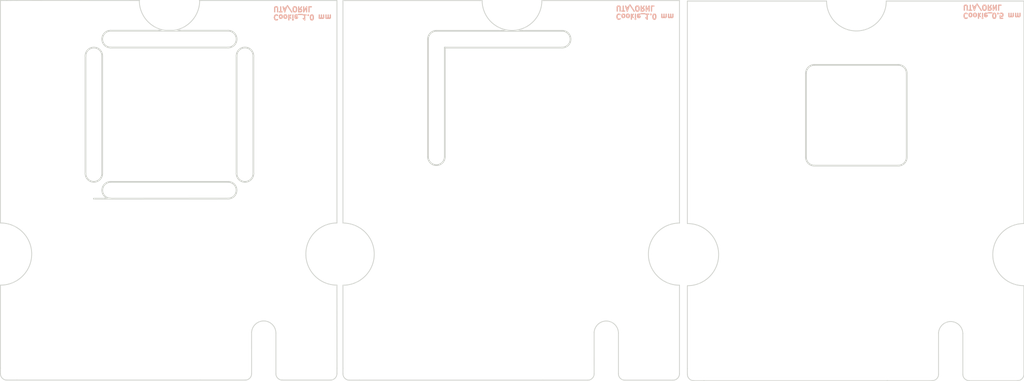
<source format=kicad_pcb>
(kicad_pcb (version 20221018) (generator pcbnew)

  (general
    (thickness 1.6)
  )

  (paper "A4")
  (layers
    (0 "F.Cu" signal)
    (31 "B.Cu" signal)
    (32 "B.Adhes" user "B.Adhesive")
    (33 "F.Adhes" user "F.Adhesive")
    (34 "B.Paste" user)
    (35 "F.Paste" user)
    (36 "B.SilkS" user "B.Silkscreen")
    (37 "F.SilkS" user "F.Silkscreen")
    (38 "B.Mask" user)
    (39 "F.Mask" user)
    (40 "Dwgs.User" user "User.Drawings")
    (41 "Cmts.User" user "User.Comments")
    (42 "Eco1.User" user "User.Eco1")
    (43 "Eco2.User" user "User.Eco2")
    (44 "Edge.Cuts" user)
    (45 "Margin" user)
    (46 "B.CrtYd" user "B.Courtyard")
    (47 "F.CrtYd" user "F.Courtyard")
    (48 "B.Fab" user)
    (49 "F.Fab" user)
    (50 "User.1" user)
    (51 "User.2" user)
    (52 "User.3" user)
    (53 "User.4" user)
    (54 "User.5" user)
    (55 "User.6" user)
    (56 "User.7" user)
    (57 "User.8" user)
    (58 "User.9" user)
  )

  (setup
    (pad_to_mask_clearance 0)
    (pcbplotparams
      (layerselection 0x00010fc_ffffffff)
      (plot_on_all_layers_selection 0x0000000_00000000)
      (disableapertmacros false)
      (usegerberextensions false)
      (usegerberattributes true)
      (usegerberadvancedattributes true)
      (creategerberjobfile true)
      (dashed_line_dash_ratio 12.000000)
      (dashed_line_gap_ratio 3.000000)
      (svgprecision 6)
      (plotframeref false)
      (viasonmask false)
      (mode 1)
      (useauxorigin false)
      (hpglpennumber 1)
      (hpglpenspeed 20)
      (hpglpendiameter 15.000000)
      (dxfpolygonmode true)
      (dxfimperialunits true)
      (dxfusepcbnewfont true)
      (psnegative false)
      (psa4output false)
      (plotreference true)
      (plotvalue true)
      (plotinvisibletext false)
      (sketchpadsonfab false)
      (subtractmaskfromsilk false)
      (outputformat 1)
      (mirror false)
      (drillshape 0)
      (scaleselection 1)
      (outputdirectory "")
    )
  )

  (net 0 "")

  (gr_arc (start 74.00704 35.3788) (mid 73.895448 35.648208) (end 73.62604 35.7598)
    (stroke (width 0.05) (type solid)) (layer "Edge.Cuts") (tstamp 035fc0c6-b2a1-450a-9ac0-661c474c8e73))
  (gr_line (start 28.121443 23.4196) (end 28.121443 16.4196)
    (stroke (width 0.1) (type default)) (layer "Edge.Cuts") (tstamp 07e901f8-423f-4c3b-92a7-2ec1769da033))
  (gr_line (start 26.61856 15.921384) (end 19.61856 15.921384)
    (stroke (width 0.1) (type default)) (layer "Edge.Cuts") (tstamp 0de479cd-fdcc-4e46-94f5-f4348df10aac))
  (gr_line (start 27.11856 16.421384) (end 27.11856 23.421384)
    (stroke (width 0.1) (type default)) (layer "Edge.Cuts") (tstamp 0e3635e0-cd39-4331-b2fb-c655c1e08b5c))
  (gr_arc (start 28.0156 35.3446) (mid 27.904008 35.614008) (end 27.6346 35.7256)
    (stroke (width 0.05) (type solid)) (layer "Edge.Cuts") (tstamp 10d0cd05-caad-4462-9b0f-621641c39a18))
  (gr_arc (start 27.11856 16.421384) (mid 27.619108 15.918158) (end 28.121443 16.4196)
    (stroke (width 0.1) (type default)) (layer "Edge.Cuts") (tstamp 14640cd7-26a4-4648-9740-3527473c52f4))
  (gr_line (start 19.61856 23.921384) (end 26.61856 23.921384)
    (stroke (width 0.1) (type default)) (layer "Edge.Cuts") (tstamp 17303daf-e619-439c-ae6a-ddc4d13c2d71))
  (gr_line (start 33.455 13.1246) (end 41.74556 13.1246)
    (stroke (width 0.05) (type solid)) (layer "Edge.Cuts") (tstamp 17d14d16-44e9-46ab-b0d6-7b1877787793))
  (gr_line (start 33.0956 26.3704) (end 33.0956 13.1196)
    (stroke (width 0.05) (type solid)) (layer "Edge.Cuts") (tstamp 1c45fa3d-5f73-4c53-a488-03e4c8c3e38f))
  (gr_line (start 53.96644 13.1538) (end 62.257 13.1538)
    (stroke (width 0.05) (type solid)) (layer "Edge.Cuts") (tstamp 1e79cab2-fcb8-4562-ab04-bbfc77dc7fe2))
  (gr_line (start 33.455 35.0194) (end 33.455 35.3496)
    (stroke (width 0.05) (type default)) (layer "Edge.Cuts") (tstamp 203d2e6e-ce70-4e82-b45e-84dac298ebaf))
  (gr_line (start 13.055 35.0144) (end 13.055 30.0704)
    (stroke (width 0.05) (type solid)) (layer "Edge.Cuts") (tstamp 2170a202-6e51-4881-b04f-94d4f08f511a))
  (gr_line (start 39.52 22.4246) (end 39.52 15.9246)
    (stroke (width 0.1) (type default)) (layer "Edge.Cuts") (tstamp 25cd4895-14b0-4f84-9aaf-2445c856c111))
  (gr_arc (start 19.62 24.917818) (mid 19.121783 24.42032) (end 19.61856 23.921384)
    (stroke (width 0.1) (type default)) (layer "Edge.Cuts") (tstamp 29d69419-1ad2-40d9-8ed3-5c2a89fc96e7))
  (gr_arc (start 50.24186 35.7306) (mid 49.972478 35.618994) (end 49.86086 35.3496)
    (stroke (width 0.05) (type solid)) (layer "Edge.Cuts") (tstamp 2a669835-d7b4-4d27-83aa-6c6d47ebf798))
  (gr_line (start 13.055 13.1196) (end 13.425 13.1196)
    (stroke (width 0.05) (type default)) (layer "Edge.Cuts") (tstamp 2ba23a86-ad26-4631-8cd0-50c6c8e53d2c))
  (gr_line (start 19.62 14.917814) (end 26.62 14.917814)
    (stroke (width 0.1) (type default)) (layer "Edge.Cuts") (tstamp 2f2b4ba3-922f-488d-9e59-8fab1ed5ef86))
  (gr_line (start 67.03 17.4546) (end 67.03 22.4546)
    (stroke (width 0.1) (type default)) (layer "Edge.Cuts") (tstamp 2f83819a-e6e0-4f52-9853-8a7d0e1b4f17))
  (gr_line (start 68.54604 35.7598) (end 65.87904 35.7598)
    (stroke (width 0.05) (type solid)) (layer "Edge.Cuts") (tstamp 313da2d7-4de8-45a1-b05e-0083951ce1bf))
  (gr_line (start 45.30156 13.1246) (end 53.4956 13.1246)
    (stroke (width 0.05) (type solid)) (layer "Edge.Cuts") (tstamp 33cece17-a54b-466d-9c89-67bc28d20c94))
  (gr_line (start 53.96644 26.4046) (end 53.96644 13.1538)
    (stroke (width 0.05) (type solid)) (layer "Edge.Cuts") (tstamp 35d73920-3941-447e-bd4b-92bb07bbb887))
  (gr_line (start 70.3723 32.96326) (end 70.3723 35.3788)
    (stroke (width 0.05) (type solid)) (layer "Edge.Cuts") (tstamp 45c39b21-6e6c-462c-8157-18c467d90d04))
  (gr_arc (start 24.921777 13.1196) (mid 23.12356 14.917817) (end 21.325343 13.1196)
    (stroke (width 0.05) (type solid)) (layer "Edge.Cuts") (tstamp 469eaad6-89b2-46c9-bccc-617dea2c43e8))
  (gr_arc (start 33.836 35.7306) (mid 33.566563 35.619037) (end 33.455 35.3496)
    (stroke (width 0.05) (type solid)) (layer "Edge.Cuts") (tstamp 4798bd7b-7ebb-4158-a16b-a3434345d78e))
  (gr_line (start 61.53 22.9546) (end 66.53 22.9546)
    (stroke (width 0.1) (type default)) (layer "Edge.Cuts") (tstamp 4a980ad5-ed29-4410-acd9-5569a7243653))
  (gr_line (start 45.3676 35.7306) (end 34.4456 35.7306)
    (stroke (width 0.05) (type solid)) (layer "Edge.Cuts") (tstamp 4d4b9335-2349-462b-808f-23fd6ef15f11))
  (gr_line (start 54.34744 35.7598) (end 54.95704 35.7598)
    (stroke (width 0.05) (type solid)) (layer "Edge.Cuts") (tstamp 508a48ea-11f3-475a-8bc6-41aab392e748))
  (gr_line (start 74.00704 35.3788) (end 74.00704 30.1046)
    (stroke (width 0.05) (type solid)) (layer "Edge.Cuts") (tstamp 5bfa7caf-4387-45db-b149-a83f9b2a47dc))
  (gr_arc (start 68.926465 32.909959) (mid 69.675109 32.239849) (end 70.3723 32.96326)
    (stroke (width 0.05) (type solid)) (layer "Edge.Cuts") (tstamp 5d540ca6-c42d-4eff-ad56-39a7c6207288))
  (gr_line (start 66.53 16.9546) (end 61.53 16.9546)
    (stroke (width 0.1) (type default)) (layer "Edge.Cuts") (tstamp 5d90ed52-8698-4ee8-b9e0-a37a2f68dee4))
  (gr_line (start 24.9676 35.7256) (end 14.0456 35.7256)
    (stroke (width 0.05) (type solid)) (layer "Edge.Cuts") (tstamp 62bd692d-6fcb-4490-aa5a-cb27cfabfd89))
  (gr_arc (start 19.61856 15.921384) (mid 19.118214 15.41888) (end 19.62 14.917814)
    (stroke (width 0.1) (type default)) (layer "Edge.Cuts") (tstamp 63faea9b-9f09-4ec6-8dd5-533a2a99f0ed))
  (gr_line (start 49.86086 32.93406) (end 49.86086 35.3496)
    (stroke (width 0.05) (type solid)) (layer "Edge.Cuts") (tstamp 662462e4-cfdb-49d8-ba69-0c23f0f9751e))
  (gr_arc (start 65.813 13.1538) (mid 64.035 14.9318) (end 62.257 13.1538)
    (stroke (width 0.05) (type solid)) (layer "Edge.Cuts") (tstamp 685597ba-485b-47e7-a080-cc26790261cd))
  (gr_line (start 65.813 13.1538) (end 74.00704 13.1538)
    (stroke (width 0.05) (type solid)) (layer "Edge.Cuts") (tstamp 6b86cbd1-0774-4f91-b017-37e6826c436a))
  (gr_line (start 28.015025 32.875759) (end 28.0156 35.3446)
    (stroke (width 0.05) (type solid)) (layer "Edge.Cuts") (tstamp 6f6d7ceb-e952-4bbd-9686-b5099be703c7))
  (gr_line (start 18.121437 16.4196) (end 18.121437 23.4196)
    (stroke (width 0.1) (type default)) (layer "Edge.Cuts") (tstamp 70ad3e35-90a8-4319-a809-fef3f46e7a9d))
  (gr_line (start 53.4956 26.3754) (end 53.4956 13.1246)
    (stroke (width 0.05) (type solid)) (layer "Edge.Cuts") (tstamp 7221c41b-37b0-4e23-8a6a-ad2d9f53ba01))
  (gr_line (start 68.926465 32.909959) (end 68.92704 35.3788)
    (stroke (width 0.05) (type solid)) (layer "Edge.Cuts") (tstamp 722681d3-7d2b-4c87-bee7-10609cb0bb17))
  (gr_line (start 48.0346 35.7306) (end 45.3676 35.7306)
    (stroke (width 0.05) (type solid)) (layer "Edge.Cuts") (tstamp 723ba28b-8374-43c2-a9ed-e13618616b0e))
  (gr_arc (start 18.121437 16.4196) (mid 18.620892 15.921038) (end 19.11856 16.421384)
    (stroke (width 0.1) (type default)) (layer "Edge.Cuts") (tstamp 7b97b449-12ff-44e4-b588-e14fc526e14f))
  (gr_line (start 13.055 35.0144) (end 13.055 35.3446)
    (stroke (width 0.05) (type solid)) (layer "Edge.Cuts") (tstamp 7f75fac2-8ba9-4be7-aa20-78f341caee77))
  (gr_line (start 48.415025 32.880759) (end 48.4156 35.3496)
    (stroke (width 0.05) (type solid)) (layer "Edge.Cuts") (tstamp 805bb715-2b9f-46bc-a224-7f42aff0c95b))
  (gr_arc (start 53.4956 30.0754) (mid 51.6454 28.2252) (end 53.4956 26.375006)
    (stroke (width 0.05) (type default)) (layer "Edge.Cuts") (tstamp 812824bf-00fb-4844-9dc9-c701f87f64a8))
  (gr_arc (start 38.52 15.4246) (mid 38.666447 15.071047) (end 39.02 14.9246)
    (stroke (width 0.1) (type default)) (layer "Edge.Cuts") (tstamp 84c6ce5f-fc55-49b8-a2e9-33a35fb13bda))
  (gr_line (start 24.90156 13.1196) (end 33.0956 13.1196)
    (stroke (width 0.05) (type solid)) (layer "Edge.Cuts") (tstamp 84f9784f-3f4f-4c29-a9a1-3312490cf2a6))
  (gr_arc (start 48.4156 35.3496) (mid 48.304008 35.619008) (end 48.0346 35.7306)
    (stroke (width 0.05) (type solid)) (layer "Edge.Cuts") (tstamp 864f4355-a039-4d5a-a426-691bb14f5e2d))
  (gr_arc (start 48.415025 32.880759) (mid 49.163669 32.210649) (end 49.86086 32.93406)
    (stroke (width 0.05) (type solid)) (layer "Edge.Cuts") (tstamp 8995e5a5-9060-4225-ae9f-e1a24dede326))
  (gr_arc (start 46.51 14.924501) (mid 47.010074 15.4296) (end 46.5 15.924599)
    (stroke (width 0.1) (type default)) (layer "Edge.Cuts") (tstamp 89994f43-2ca6-4614-8788-2afd54963707))
  (gr_line (start 33.1 35.0196) (end 33.0956 35.3446)
    (stroke (width 0.05) (type default)) (layer "Edge.Cuts") (tstamp 8bd79811-fa94-4288-b584-c34e5e5612c0))
  (gr_line (start 50.24186 35.7306) (end 53.1146 35.7306)
    (stroke (width 0.05) (type solid)) (layer "Edge.Cuts") (tstamp 8befc049-acef-4f96-8ab6-981fa6388579))
  (gr_arc (start 66.53 16.9546) (mid 66.883553 17.101047) (end 67.03 17.4546)
    (stroke (width 0.1) (type default)) (layer "Edge.Cuts") (tstamp 8dcf4751-30cf-4d3b-8350-8ee64a4962f2))
  (gr_arc (start 67.03 22.4546) (mid 66.883553 22.808153) (end 66.53 22.9546)
    (stroke (width 0.1) (type default)) (layer "Edge.Cuts") (tstamp 8e931563-f079-48ea-b25e-79d3948def81))
  (gr_arc (start 70.7533 35.7598) (mid 70.483918 35.648194) (end 70.3723 35.3788)
    (stroke (width 0.05) (type solid)) (layer "Edge.Cuts") (tstamp 927d16a9-c445-48a1-ab5b-ce4efe8368ec))
  (gr_line (start 13.055 26.3704) (end 13.055 13.1196)
    (stroke (width 0.05) (type solid)) (layer "Edge.Cuts") (tstamp 94768dbb-1a3e-4bb2-b8e0-270d7055cbf9))
  (gr_line (start 39.52 15.9246) (end 46.5 15.924599)
    (stroke (width 0.1) (type default)) (layer "Edge.Cuts") (tstamp 97e0c8c6-a098-4818-9da2-7b7ece6186e1))
  (gr_arc (start 53.98 26.404551) (mid 55.830049 28.2546) (end 53.98 30.104649)
    (stroke (width 0.05) (type default)) (layer "Edge.Cuts") (tstamp 9c715ba9-cda5-4b5f-b747-0af636bcd1a5))
  (gr_line (start 70.7533 35.7598) (end 73.62604 35.7598)
    (stroke (width 0.05) (type solid)) (layer "Edge.Cuts") (tstamp a012d1f1-03b5-46f6-8838-f67967a22e77))
  (gr_arc (start 53.4956 35.3496) (mid 53.384008 35.619008) (end 53.1146 35.7306)
    (stroke (width 0.05) (type solid)) (layer "Edge.Cuts") (tstamp a58f68ac-9c93-464b-83f3-be22e71c951e))
  (gr_arc (start 61.53 22.9546) (mid 61.176447 22.808153) (end 61.03 22.4546)
    (stroke (width 0.1) (type default)) (layer "Edge.Cuts") (tstamp a7bd4faa-ac0b-412f-8dba-18545f4d6761))
  (gr_arc (start 26.62 14.917814) (mid 27.121785 15.42032) (end 26.61856 15.921384)
    (stroke (width 0.1) (type default)) (layer "Edge.Cuts") (tstamp a7deaa28-37fd-45d0-b138-1ed0c146598e))
  (gr_arc (start 29.84186 35.7256) (mid 29.572414 35.614029) (end 29.46086 35.3446)
    (stroke (width 0.05) (type solid)) (layer "Edge.Cuts") (tstamp a8e67187-566d-4bd0-9555-0f7875c5aa52))
  (gr_line (start 61.03 17.4546) (end 61.03 22.4546)
    (stroke (width 0.1) (type default)) (layer "Edge.Cuts") (tstamp aaa2856b-e724-4d67-8ff4-231bc6d14a8f))
  (gr_line (start 53.4956 35.3496) (end 53.4956 30.0754)
    (stroke (width 0.05) (type solid)) (layer "Edge.Cuts") (tstamp ab191bd4-2212-4d80-a25b-15fc7bd4056b))
  (gr_line (start 19.11856 23.421384) (end 19.11856 16.421384)
    (stroke (width 0.1) (type default)) (layer "Edge.Cuts") (tstamp ab613588-af73-49fa-988a-678bd7c9538e))
  (gr_line (start 38.52 15.4246) (end 38.52 22.4246)
    (stroke (width 0.1) (type default)) (layer "Edge.Cuts") (tstamp ac21ef4b-2b67-47f9-8aea-438757a4a096))
  (gr_arc (start 74.00704 30.1046) (mid 72.15684 28.2544) (end 74.00704 26.404206)
    (stroke (width 0.05) (type default)) (layer "Edge.Cuts") (tstamp ac8edf2d-04fc-4790-b157-ec68259db95e))
  (gr_line (start 13.436 35.7256) (end 14.0456 35.7256)
    (stroke (width 0.05) (type solid)) (layer "Edge.Cuts") (tstamp b0d4702f-5c08-492d-99d4-aae32889e25d))
  (gr_line (start 27.6346 35.7256) (end 24.9676 35.7256)
    (stroke (width 0.05) (type solid)) (layer "Edge.Cuts") (tstamp b14b941f-2ecd-4101-aca4-08f5d8ef594d))
  (gr_line (start 29.46086 32.92906) (end 29.46086 35.3446)
    (stroke (width 0.05) (type solid)) (layer "Edge.Cuts") (tstamp b4f0bd2b-63f9-448e-84aa-77f69ec809ce))
  (gr_arc (start 54.34744 35.7598) (mid 54.078003 35.648237) (end 53.96644 35.3788)
    (stroke (width 0.05) (type solid)) (layer "Edge.Cuts") (tstamp c05e64b0-f57c-420e-9f84-8503b2fadec2))
  (gr_line (start 18.61856 24.921384) (end 26.62 24.917818)
    (stroke (width 0.1) (type default)) (layer "Edge.Cuts") (tstamp c16acf9b-eff7-4f7b-8917-dbfeadb850e9))
  (gr_arc (start 33.46856 26.375351) (mid 35.318609 28.2254) (end 33.46856 30.075449)
    (stroke (width 0.05) (type default)) (layer "Edge.Cuts") (tstamp c35f6d47-3cf8-407b-b4df-e021e07d33b8))
  (gr_arc (start 45.30156 13.1246) (mid 43.52356 14.9026) (end 41.74556 13.1246)
    (stroke (width 0.05) (type solid)) (layer "Edge.Cuts") (tstamp c6061a7c-8bd2-401c-823f-2513f40efb63))
  (gr_line (start 74.00704 26.4046) (end 74.00704 13.1538)
    (stroke (width 0.05) (type solid)) (layer "Edge.Cuts") (tstamp c8c73481-23a0-4dee-8262-f6f880a4585f))
  (gr_arc (start 61.03 17.4546) (mid 61.176447 17.101047) (end 61.53 16.9546)
    (stroke (width 0.1) (type default)) (layer "Edge.Cuts") (tstamp c98db729-310c-4f2a-9e31-154625d55130))
  (gr_arc (start 19.11856 23.421384) (mid 18.619108 23.918162) (end 18.121437 23.4196)
    (stroke (width 0.1) (type default)) (layer "Edge.Cuts") (tstamp cb32bfd9-cc0a-41b6-af98-d3558d02aa68))
  (gr_arc (start 28.121443 23.4196) (mid 27.620892 23.921042) (end 27.11856 23.421384)
    (stroke (width 0.1) (type default)) (layer "Edge.Cuts") (tstamp cd7c8361-bf58-45dd-b602-6927c5e11421))
  (gr_arc (start 13.06856 26.370351) (mid 14.918609 28.2204) (end 13.06856 30.070449)
    (stroke (width 0.05) (type default)) (layer "Edge.Cuts") (tstamp ceedd118-455c-4860-b2af-3e5ed551cdfe))
  (gr_arc (start 33.0956 30.0704) (mid 31.2454 28.2202) (end 33.0956 26.370006)
    (stroke (width 0.05) (type default)) (layer "Edge.Cuts") (tstamp d132d8f5-2a23-4309-b5fe-fe35aae8aa3b))
  (gr_line (start 53.96644 35.0486) (end 53.96644 35.3788)
    (stroke (width 0.05) (type default)) (layer "Edge.Cuts") (tstamp d312c6eb-6917-416a-bd85-9671fe285957))
  (gr_arc (start 13.436 35.7256) (mid 13.166563 35.614037) (end 13.055 35.3446)
    (stroke (width 0.05) (type solid)) (layer "Edge.Cuts") (tstamp d4c7f28e-3f41-43f9-91c5-f65c67583f29))
  (gr_line locked (start 14.04 13.1146) (end 21.34556 13.1196)
    (stroke (width 0.05) (type solid)) (layer "Edge.Cuts") (tstamp d66a0ec7-f2aa-4821-a7d8-ea684c98d740))
  (gr_arc (start 28.015025 32.875759) (mid 28.763629 32.20567) (end 29.46086 32.92906)
    (stroke (width 0.05) (type solid)) (layer "Edge.Cuts") (tstamp d7dc9364-f619-4f93-bbec-6685b1acd5c5))
  (gr_line (start 33.455 26.3754) (end 33.455 13.1246)
    (stroke (width 0.05) (type solid)) (layer "Edge.Cuts") (tstamp da7a4151-74fe-4abe-ad27-47fe8bd3e044))
  (gr_line (start 33.836 35.7306) (end 34.4456 35.7306)
    (stroke (width 0.05) (type solid)) (layer "Edge.Cuts") (tstamp dab0a7f8-78fd-4ced-bad1-89c60abc4d91))
  (gr_arc (start 26.61856 23.921384) (mid 27.118218 24.41888) (end 26.62 24.917818)
    (stroke (width 0.1) (type default)) (layer "Edge.Cuts") (tstamp df832233-95b8-4e58-9bbe-4c1e33178a4a))
  (gr_line (start 33.455 35.0194) (end 33.455 30.0754)
    (stroke (width 0.05) (type solid)) (layer "Edge.Cuts") (tstamp dfb60280-dcef-4f82-a7b3-dbb12a410d8a))
  (gr_arc (start 39.52 22.4246) (mid 39.02 22.9246) (end 38.52 22.4246)
    (stroke (width 0.1) (type default)) (layer "Edge.Cuts") (tstamp e1988e0c-0909-4f5c-b484-e2e8a9b54ee1))
  (gr_line (start 46.51 14.924501) (end 39.02 14.9246)
    (stroke (width 0.1) (type default)) (layer "Edge.Cuts") (tstamp e1e55b55-a687-4da8-be50-07b5de5a2249))
  (gr_line (start 29.84186 35.7256) (end 32.7146 35.7256)
    (stroke (width 0.05) (type solid)) (layer "Edge.Cuts") (tstamp e33fd54c-fe90-4b89-b756-5f5b7702b49b))
  (gr_arc (start 33.0956 35.3446) (mid 32.984008 35.614008) (end 32.7146 35.7256)
    (stroke (width 0.05) (type solid)) (layer "Edge.Cuts") (tstamp e8bfa32f-1a3c-4ce8-9854-ae861c7226d2))
  (gr_line (start 65.87904 35.7598) (end 54.95704 35.7598)
    (stroke (width 0.05) (type solid)) (layer "Edge.Cuts") (tstamp eb8f2d46-d019-4129-b6d1-fabe7aef4634))
  (gr_arc (start 68.92704 35.3788) (mid 68.815448 35.648208) (end 68.54604 35.7598)
    (stroke (width 0.05) (type solid)) (layer "Edge.Cuts") (tstamp ec7b50cd-690c-46b0-85f8-14ca9edaff91))
  (gr_line (start 33.1 35.0196) (end 33.0956 30.0704)
    (stroke (width 0.05) (type solid)) (layer "Edge.Cuts") (tstamp ed8c98a6-3e64-4660-9129-36bf5f27c618))
  (gr_line (start 13.425 13.1196) (end 14.04 13.1146)
    (stroke (width 0.05) (type default)) (layer "Edge.Cuts") (tstamp fc199ae5-e927-4c4c-81a3-0dd75c6673d4))
  (gr_line (start 53.96644 35.0486) (end 53.96644 30.1046)
    (stroke (width 0.05) (type solid)) (layer "Edge.Cuts") (tstamp feed08aa-24bc-4ba7-b1aa-7bc036ecaf56))
  (gr_rect (start 40.51856 16.9254) (end 46.51856 22.9254)
    (stroke (width 0.01) (type default)) (fill none) (layer "User.8") (tstamp 04b86db8-8e81-4fa2-bb57-b77734bc6c2d))
  (gr_rect (start 39.51856 22.9254) (end 40.51856 23.9254)
    (stroke (width 0.01) (type default)) (fill none) (layer "User.8") (tstamp 0a52033d-c99e-4cee-be71-315f4e793bdc))
  (gr_line (start 46.46856 16.9754) (end 48.01856 15.4254)
    (stroke (width 0.01) (type default)) (layer "User.8") (tstamp 0fe246bc-0708-4d0d-989a-a93030f830c3))
  (gr_line (start 47.51856 22.9254) (end 47.51856 16.9254)
    (stroke (width 0.01) (type dash)) (layer "User.8") (tstamp 17ec24ec-0c7b-4132-bb7e-70b1e215d139))
  (gr_rect (start 67.03 22.9546) (end 68.03 23.9546)
    (stroke (width 0.01) (type default)) (fill none) (layer "User.8") (tstamp 1cf70dfb-3909-45d5-bfd6-8b731f8b8de6))
  (gr_line (start 20.11856 22.9204) (end 18.61856 24.4204)
    (stroke (width 0.01) (type default)) (layer "User.8") (tstamp 2119aa06-af33-474b-8fa5-9dec8ce1928b))
  (gr_line (start 19.11856 23.4204) (end 27.11856 23.4204)
    (stroke (width 0.01) (type default)) (layer "User.8") (tstamp 24ef6800-d7dc-456b-ab80-5fff4fcaba75))
  (gr_rect (start 68.03 23.9546) (end 69.03 24.9546)
    (stroke (width 0.01) (type solid)) (fill none) (layer "User.8") (tstamp 2811a9a9-d1a0-455c-84cb-efe938e6cad0))
  (gr_rect (start 26.61856 15.4204) (end 27.61856 16.4204)
    (stroke (width 0.01) (type default)) (fill none) (layer "User.8") (tstamp 28bebc64-b731-4b2d-a0db-8750f8ff93a3))
  (gr_rect (start 59.53 15.4546) (end 60.53 16.4546)
    (stroke (width 0.01) (type default)) (fill none) (layer "User.8") (tstamp 28f37c38-bcad-4d92-9b9d-da3882a11bcf))
  (gr_line (start 68.03 22.9546) (end 68.03 16.9546)
    (stroke (width 0.01) (type dash)) (layer "User.8") (tstamp 291110cb-f758-47d3-9179-183a106de8dc))
  (gr_rect (start 20.11856 16.9204) (end 26.11856 22.9204)
    (stroke (width 0.01) (type default)) (fill none) (layer "User.8") (tstamp 2ba2e0fd-e52d-4320-abe5-fcb12654afc7))
  (gr_line (start 61.03 23.9546) (end 67.03 23.9546)
    (stroke (width 0.01) (type dash)) (layer "User.8") (tstamp 2f07d82b-66bd-4a76-a6c7-fdfcf5fde8ed))
  (gr_rect (start 26.11856 15.9204) (end 27.11856 16.9204)
    (stroke (width 0.01) (type default)) (fill none) (layer "User.8") (tstamp 2f2f45ae-2d0f-4209-b9ee-e2bb599c5af1))
  (gr_line (start 33.46856 28.2204) (end 53.46856 28.2204)
    (stroke (width 0.01) (type default)) (layer "User.8") (tstamp 30d8dab2-2725-4005-bf16-c30f2c471437))
  (gr_line (start 46.51856 22.9254) (end 48.01856 24.4254)
    (stroke (width 0.01) (type default)) (layer "User.8") (tstamp 35a52c82-bd94-4613-af8a-5b1f631be599))
  (gr_rect (start 26.61856 23.4204) (end 27.61856 24.4204)
    (stroke (width 0.01) (type default)) (fill none) (layer "User.8") (tstamp 35e7090c-c96f-46ae-a0c4-527112d70ffb))
  (gr_rect (start 38.51856 23.9254) (end 39.51856 24.9254)
    (stroke (width 0.01) (type solid)) (fill none) (layer "User.8") (tstamp 386c5d18-fcc6-4bc1-9687-3e8a0fde6212))
  (gr_line (start 23.12356 14.9154) (end 23.12356 35.3154)
    (stroke (width 0.01) (type default)) (layer "User.8") (tstamp 3ce3dbca-263c-408d-abaf-6f0a7e6ee622))
  (gr_line (start 60.03 16.9546) (end 60.03 22.9546)
    (stroke (width 0.01) (type dash)) (layer "User.8") (tstamp 3f548850-a65b-4e60-942e-97b2927c1a8d))
  (gr_rect (start 27.11856 14.9204) (end 28.11856 15.9204)
    (stroke (width 0.01) (type solid)) (fill none) (layer "User.8") (tstamp 40602451-1805-40c7-853b-0f8bcbfb1a1d))
  (gr_line (start 26.11856 15.9204) (end 20.11856 15.9204)
    (stroke (width 0.01) (type dash)) (layer "User.8") (tstamp 4388ea81-4193-41ac-8e74-e8fa078d6ea9))
  (gr_rect (start 26.11856 22.9204) (end 27.11856 23.9204)
    (stroke (width 0.01) (type default)) (fill none) (layer "User.8") (tstamp 43decb76-c28a-4932-9733-0857797405bc))
  (gr_line (start 61.03 16.9546) (end 59.53 15.4546)
    (stroke (width 0.01) (type default)) (layer "User.8") (tstamp 44fc9bde-898d-4d37-97cf-c6193c802680))
  (gr_rect (start 39.51856 15.9254) (end 40.51856 16.9254)
    (stroke (width 0.01) (type default)) (fill none) (layer "User.8") (tstamp 48a89823-11ef-4f5e-b3d2-afa86d62757e))
  (gr_line (start 53.98 28.2496) (end 73.98 28.2496)
    (stroke (width 0.01) (type default)) (layer "User.8") (tstamp 490dd813-9b4e-444a-b92d-4124b3599158))
  (gr_line (start 66.98 17.0046) (end 68.53 15.4546)
    (stroke (width 0.01) (type default)) (layer "User.8") (tstamp 4cf5e454-3f27-4c92-b4b0-eb083b99bc64))
  (gr_line (start 47.01856 23.4254) (end 47.01856 16.4254)
    (stroke (width 0.01) (type default)) (layer "User.8") (tstamp 551a1a1b-0224-4a52-ab53-14ffbc9398e5))
  (gr_rect (start 61.03 16.9546) (end 67.03 22.9546)
    (stroke (width 0.01) (type default)) (fill none) (layer "User.8") (tstamp 5639aa4d-b1a6-49d8-8c24-94d22fc09d14))
  (gr_rect (start 18.11856 14.9204) (end 19.11856 15.9204)
    (stroke (width 0.01) (type solid)) (fill none) (layer "User.8") (tstamp 617dae66-bd19-4434-ba9a-0c4d7d258c55))
  (gr_line (start 40.51856 16.9254) (end 39.01856 15.4254)
    (stroke (width 0.01) (type default)) (layer "User.8") (tstamp 679bf400-35eb-4e35-83a5-089f645fb2fa))
  (gr_line (start 64.035 14.9496) (end 64.035 35.3496)
    (stroke (width 0.01) (type default)) (layer "User.8") (tstamp 6898a70b-f068-4fa2-8768-83438a759906))
  (gr_rect (start 59.53 23.4546) (end 60.53 24.4546)
    (stroke (width 0.01) (type default)) (fill none) (layer "User.8") (tstamp 724453d3-1b15-4230-9002-49409f868a93))
  (gr_rect (start 47.01856 15.4254) (end 48.01856 16.4254)
    (stroke (width 0.01) (type default)) (fill none) (layer "User.8") (tstamp 725eeeff-8bd3-4aa8-8372-c18e82a3d3de))
  (gr_rect (start 27.11856 23.9204) (end 28.11856 24.9204)
    (stroke (width 0.01) (type solid)) (fill none) (layer "User.8") (tstamp 73af1b06-a8d7-4979-b421-e4f9cd2a6d62))
  (gr_rect (start 18.61856 23.4204) (end 19.61856 24.4204)
    (stroke (width 0.01) (type default)) (fill none) (layer "User.8") (tstamp 78fce14d-88ae-491d-807d-88680652188b))
  (gr_line (start 26.11856 22.9204) (end 27.61856 24.4204)
    (stroke (width 0.01) (type default)) (layer "User.8") (tstamp 7c976a68-a2b0-4c87-9fb7-2ffc4f77742b))
  (gr_line (start 67.03 22.9546) (end 68.53 24.4546)
    (stroke (width 0.01) (type default)) (layer "User.8") (tstamp 7d05715b-1eac-4fec-b8d1-9007d4d53e64))
  (gr_rect (start 39.01856 15.4254) (end 40.01856 16.4254)
    (stroke (width 0.01) (type default)) (fill none) (layer "User.8") (tstamp 7f311e8f-f3f1-4abf-8ff4-e76e365e8749))
  (gr_rect (start 18.61856 15.4204) (end 19.61856 16.4204)
    (stroke (width 0.01) (type default)) (fill none) (layer "User.8") (tstamp 85fe8cbe-d3d2-4347-86e3-2b7ad17a3b41))
  (gr_rect (start 67.53 15.4546) (end 68.53 16.4546)
    (stroke (width 0.01) (type default)) (fill none) (layer "User.8") (tstamp 862d86ad-3144-40b9-ac9e-90e1016c175e))
  (gr_line (start 40.01856 16.4254) (end 47.01856 16.4254)
    (stroke (width 0.01) (type default)) (layer "User.8") (tstamp 88579ac6-65be-41c9-89ee-cde7eaba630c))
  (gr_rect (start 26.61856 15.9204) (end 27.11856 16.4204)
    (stroke (width 0.01) (type default)) (fill none) (layer "User.8") (tstamp 8a05450e-fee6-4b9f-8637-d7828e132d65))
  (gr_line (start 67.03 15.9546) (end 61.03 15.9546)
    (stroke (width 0.01) (type dash)) (layer "User.8") (tstamp 8a1420f7-3457-4554-a5b1-527abe00c9e6))
  (gr_rect (start 67.03 15.9546) (end 68.03 16.9546)
    (stroke (width 0.01) (type default)) (fill none) (layer "User.8") (tstamp 8ababd4b-8dd2-4ae8-af2e-6adc6ac64f5b))
  (gr_line (start 39.51856 23.4254) (end 47.51856 23.4254)
    (stroke (width 0.01) (type default)) (layer "User.8") (tstamp 9179b0f6-2506-4927-b375-65cb2ca62f12))
  (gr_rect (start 47.51856 14.9254) (end 48.51856 15.9254)
    (stroke (width 0.01) (type solid)) (fill none) (layer "User.8") (tstamp 944ae44a-ea30-4a7e-ac65-1901558ca80c))
  (gr_line (start 26.06856 16.9704) (end 27.61856 15.4204)
    (stroke (width 0.01) (type default)) (layer "User.8") (tstamp 99e318a6-2608-4390-8a04-7039dd3b3b4e))
  (gr_rect (start 47.01856 15.9254) (end 47.51856 16.4254)
    (stroke (width 0.01) (type default)) (fill none) (layer "User.8") (tstamp 9ba9107b-6611-415d-a32a-8d2bf9894f47))
  (gr_line (start 40.51856 22.9254) (end 39.01856 24.4254)
    (stroke (width 0.01) (type default)) (layer "User.8") (tstamp 9da8b39e-fc1f-40c2-8ebd-de4408d63308))
  (gr_line (start 60.53 16.4546) (end 60.53 23.4546)
    (stroke (width 0.01) (type default)) (layer "User.8") (tstamp a1ec80e3-6ba9-46c7-a1b8-eabcc63076d0))
  (gr_rect (start 38.51856 14.9254) (end 39.51856 15.9254)
    (stroke (width 0.01) (type solid)) (fill none) (layer "User.8") (tstamp a3fd296b-8928-480f-9df5-17f77027fa89))
  (gr_line (start 40.01856 16.4254) (end 40.01856 23.4254)
    (stroke (width 0.01) (type default)) (layer "User.8") (tstamp a657f27d-1af8-4e2a-853f-e92daa8099e0))
  (gr_line (start 27.11856 22.9204) (end 27.11856 16.9204)
    (stroke (width 0.01) (type dash)) (layer "User.8") (tstamp b2660b35-b971-4a53-b69c-e85e37cdade4))
  (gr_line (start 20.11856 16.9204) (end 18.61856 15.4204)
    (stroke (width 0.01) (type default)) (layer "User.8") (tstamp b367cc75-3768-4ffa-bf5c-cfeae5f18832))
  (gr_rect (start 46.51856 22.9254) (end 47.51856 23.9254)
    (stroke (width 0.01) (type default)) (fill none) (layer "User.8") (tstamp b5c2e69d-d877-4019-9cbe-8000927d31be))
  (gr_line (start 60.03 23.4546) (end 68.03 23.4546)
    (stroke (width 0.01) (type default)) (layer "User.8") (tstamp b784ce09-0513-4946-a0c7-0b734a5be63b))
  (gr_rect (start 19.11856 22.9204) (end 20.11856 23.9204)
    (stroke (width 0.01) (type default)) (fill none) (layer "User.8") (tstamp b8854b45-73c1-4c3d-b130-0b933dcf53ef))
  (gr_line (start 13.06856 28.2154) (end 33.06856 28.2154)
    (stroke (width 0.01) (type default)) (layer "User.8") (tstamp bab47b51-6867-4931-9e5a-b1f436a9b2b0))
  (gr_rect (start 39.01856 23.4254) (end 40.01856 24.4254)
    (stroke (width 0.01) (type default)) (fill none) (layer "User.8") (tstamp bd3867cf-6907-4aee-a24f-8e9a48f4d1d6))
  (gr_line (start 40.51856 23.9254) (end 46.51856 23.9254)
    (stroke (width 0.01) (type dash)) (layer "User.8") (tstamp c2f8676e-4bc7-4e80-ade2-8da502603799))
  (gr_line (start 19.61856 16.4204) (end 19.61856 23.4204)
    (stroke (width 0.01) (type default)) (layer "User.8") (tstamp c9aca688-3185-4bf8-88e6-e0c7b171671c))
  (gr_line (start 20.11856 23.9204) (end 26.11856 23.9204)
    (stroke (width 0.01) (type dash)) (layer "User.8") (tstamp ce83890f-d730-46f0-a776-97a0ff4d690f))
  (gr_rect (start 67.53 23.4546) (end 68.53 24.4546)
    (stroke (width 0.01) (type default)) (fill none) (layer "User.8") (tstamp d11612da-918f-473e-8fd2-b52564debccc))
  (gr_line (start 19.61856 16.4204) (end 26.61856 16.4204)
    (stroke (width 0.01) (type default)) (layer "User.8") (tstamp d17a52c0-e39f-4146-8f6c-57e9497d5832))
  (gr_line (start 19.11856 16.9204) (end 19.11856 22.9204)
    (stroke (width 0.01) (type dash)) (layer "User.8") (tstamp d3904f28-0bc5-4bd6-9614-908e2a472837))
  (gr_line (start 61.03 22.9546) (end 59.53 24.4546)
    (stroke (width 0.01) (type default)) (layer "User.8") (tstamp d88aa1fa-80c6-4bcc-ad79-fc9497b2dbc7))
  (gr_rect (start 18.11856 23.9204) (end 19.11856 24.9204)
    (stroke (width 0.01) (type solid)) (fill none) (layer "User.8") (tstamp dad1570d-9c3c-494d-8285-30cd2e756116))
  (gr_rect (start 47.01856 23.4254) (end 48.01856 24.4254)
    (stroke (width 0.01) (type default)) (fill none) (layer "User.8") (tstamp dbd463a3-2e4e-485c-8f39-13973a6a1cfe))
  (gr_rect (start 67.53 15.9546) (end 68.03 16.4546)
    (stroke (width 0.01) (type default)) (fill none) (layer "User.8") (tstamp dd864ee2-d225-441c-9e02-9a76f5f4508f))
  (gr_line (start 43.52356 14.9204) (end 43.52356 35.3204)
    (stroke (width 0.01) (type default)) (layer "User.8") (tstamp e03777b3-6856-447d-8dc2-007a2865f675))
  (gr_rect (start 60.03 22.9546) (end 61.03 23.9546)
    (stroke (width 0.01) (type default)) (fill none) (layer "User.8") (tstamp e21da77e-d4af-401b-aecb-dc69cbd3bdb7))
  (gr_line (start 39.51856 16.9254) (end 39.51856 22.9254)
    (stroke (width 0.01) (type dash)) (layer "User.8") (tstamp e45b5b60-0a21-4813-a93b-e921df2dc4c3))
  (gr_line (start 46.51856 15.9254) (end 40.51856 15.9254)
    (stroke (width 0.01) (type dash)) (layer "User.8") (tstamp e5ed5e65-f2e4-47ef-9637-a5424e81c027))
  (gr_line (start 60.53 16.4546) (end 67.53 16.4546)
    (stroke (width 0.01) (type default)) (layer "User.8") (tstamp ef4a170e-b275-4895-a034-f3653e86f1dc))
  (gr_rect (start 59.03 23.9546) (end 60.03 24.9546)
    (stroke (width 0.01) (type solid)) (fill none) (layer "User.8") (tstamp f05eda64-78d8-45e8-913e-0f2776ac565a))
  (gr_rect (start 46.51856 15.9254) (end 47.51856 16.9254)
    (stroke (width 0.01) (type default)) (fill none) (layer "User.8") (tstamp f3ec94da-2472-460e-988e-4d0aa8434a24))
  (gr_rect (start 60.03 15.9546) (end 61.03 16.9546)
    (stroke (width 0.01) (type default)) (fill none) (layer "User.8") (tstamp f5077953-69f1-4ffc-aa74-6e9eba3eae50))
  (gr_line (start 26.61856 23.4204) (end 26.61856 16.4204)
    (stroke (width 0.01) (type default)) (layer "User.8") (tstamp f5a90bf6-2ed8-430d-952a-f89aba50678a))
  (gr_line (start 67.53 23.4546) (end 67.53 16.4546)
    (stroke (width 0.01) (type default)) (layer "User.8") (tstamp f64cc02f-3b74-4598-92af-c72d745a78b1))
  (gr_rect (start 59.03 14.9546) (end 60.03 15.9546)
    (stroke (width 0.01) (type solid)) (fill none) (layer "User.8") (tstamp f681d7a1-eb4b-4058-8a8e-ff1c7aef5db9))
  (gr_rect (start 19.11856 15.9204) (end 20.11856 16.9204)
    (stroke (width 0.01) (type default)) (fill none) (layer "User.8") (tstamp f7ba22f5-3b62-4fff-9a45-58f779418e12))
  (gr_rect (start 47.51856 23.9254) (end 48.51856 24.9254)
    (stroke (width 0.01) (type solid)) (fill none) (layer "User.8") (tstamp fb4b2d8f-719c-4501-9138-d7061b37ad2f))
  (gr_rect (start 68.03 14.9546) (end 69.03 15.9546)
    (stroke (width 0.01) (type solid)) (fill none) (layer "User.8") (tstamp fe731af7-07a1-4392-b757-700df01004d5))
  (gr_text "Cookie_1.0 mm\nUTA/ORNL\n" (at 49.66856 13.826384 180) (layer "B.SilkS") (tstamp 18310e4b-54fd-45d0-aab9-9d198c468e66)
    (effects (font (size 0.3 0.3) (thickness 0.075) bold) (justify left mirror))
  )
  (gr_text "Cookie_1.0 mm\nUTA/ORNL\n" (at 29.26856 13.871384 180) (layer "B.SilkS") (tstamp 41c7352a-317b-4ef6-9f90-bc1bcdde66ea)
    (effects (font (size 0.3 0.3) (thickness 0.075) bold) (justify left mirror))
  )
  (gr_text "Cookie_0.5 mm\nUTA/ORNL\n" (at 70.34 13.7746 180) (layer "B.SilkS") (tstamp 6b22447c-aa2e-463f-9148-ab1aa82d0294)
    (effects (font (size 0.3 0.3) (thickness 0.075) bold) (justify left mirror))
  )

)

</source>
